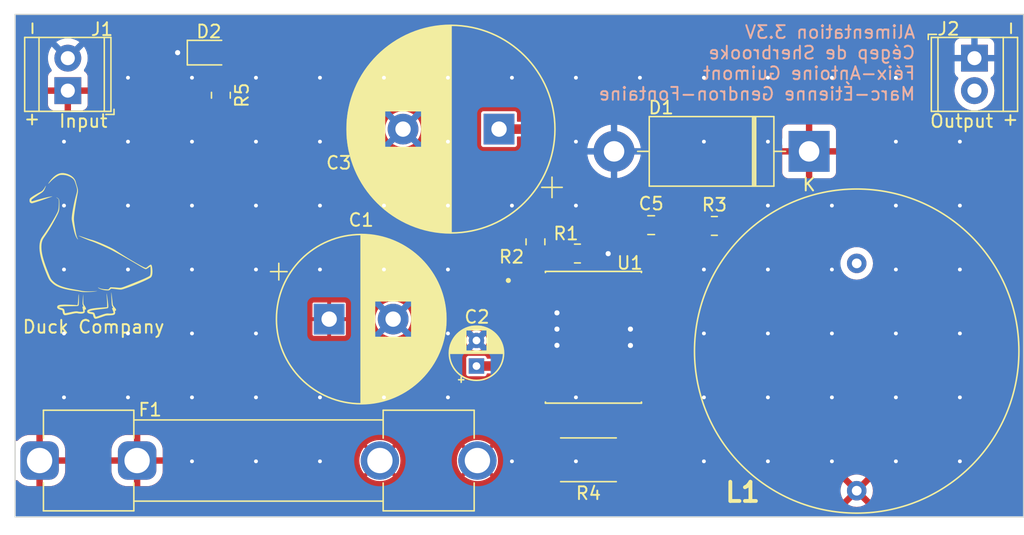
<source format=kicad_pcb>
(kicad_pcb (version 20221018) (generator pcbnew)
  (layers (0 "F.Cu" signal) (1 "In1.Cu" signal) (2 "In2.Cu" signal) (31 "B.Cu" signal) (34 "B.Paste" user) (35 "F.Paste" user) (36 "B.SilkS" user "B.Silkscreen") (37 "F.SilkS" user "F.Silkscreen") (38 "B.Mask" user) (39 "F.Mask" user) (44 "Edge.Cuts" user))
  (net 0 "")
  (net 1 "Net-(U1-VCC)")
  (net 2 "GND")
  (net 3 "Net-(U1-timing_capacitor)")
  (net 4 "Net-(J2-Pin_2)")
  (net 5 "Net-(D1-K)")
  (net 6 "Net-(D2-A)")
  (net 7 "Net-(J1-Pin_1)")
  (net 8 "Net-(U1-Boostrap)")
  (net 9 "Net-(U1-Feedback_2)")
  (net 10 "Net-(U1-Ipk_Sense)")
  (net 11 "Net-(C5-Pad2)")
  (footprint "Resistor_SMD:R_0805_2012Metric" (layer "F.Cu") (at 115.77 83.17 -90)
    (fp_text reference "R5" (at 0 -1.65 90) (layer "F.SilkS"))
    (fp_text value "10K")
    (pad "1" smd roundrect (at -0.9125 0 270) (size 1.025 1.4) (layers "F.Cu" "F.Paste" "F.Mask") (roundrect_rratio 0.243902439) (net 6 "Net-(D2-A)"))
    (pad "2" smd roundrect (at 0.9125 0 270) (size 1.025 1.4) (layers "F.Cu" "F.Paste" "F.Mask") (roundrect_rratio 0.243902439) (net 1 "Net-(U1-VCC)"))
  )
  (footprint "Capacitor_SMD:C_0805_2012Metric" (layer "F.Cu") (at 149.39 93.33)
    (fp_text reference "C5" (at 0 -1.68) (layer "F.SilkS"))
    (fp_text value "Ct 680pF")
    (pad "1" smd roundrect (at -0.95 0) (size 1 1.45) (layers "F.Cu" "F.Paste" "F.Mask") (net 8 "Net-(U1-Boostrap)"))
    (pad "2" smd roundrect (at 0.95 0) (size 1 1.45) (layers "F.Cu" "F.Paste" "F.Mask") (net 11 "Net-(C5-Pad2)"))
  )
  (footprint "Capacitor_THT:CP_Radial_D13.0mm_P5.00mm" (layer "F.Cu") (at 124.23 100.68)
    (fp_text reference "C1" (at 2.5 -7.75) (layer "F.SilkS"))
    (fp_text value "Cin 330 uF")
    (pad "1" thru_hole rect (at 0 0) (size 2.4 2.4) (drill 1.2) (layers "*.Cu" "*.Mask") (net 1 "Net-(U1-VCC)"))
    (pad "2" thru_hole circle (at 5 0) (size 2.4 2.4) (drill 1.2) (layers "*.Cu" "*.Mask") (net 2 "GND"))
  )
  (footprint "Capacitor_THT:CP_Radial_D4.0mm_P2.00mm" (layer "F.Cu") (at 135.74 104.35 90)
    (fp_text reference "C2" (at 3.84 0.04 180) (layer "F.SilkS"))
    (fp_text value "Ct 680pF")
    (pad "1" thru_hole rect (at 0 0 90) (size 1.2 1.2) (drill 0.6) (layers "*.Cu" "*.Mask") (net 3 "Net-(U1-timing_capacitor)"))
    (pad "2" thru_hole circle (at 2 0 90) (size 1.2 1.2) (drill 0.6) (layers "*.Cu" "*.Mask") (net 2 "GND"))
  )
  (footprint "Resistor_SMD:R_0805_2012Metric" (layer "F.Cu") (at 143.63 95.55)
    (fp_text reference "R1" (at -0.8975 -1.56) (layer "F.SilkS"))
    (fp_text value "4.3K")
    (pad "1" smd roundrect (at -0.9125 0) (size 1.025 1.4) (layers "F.Cu" "F.Paste" "F.Mask") (roundrect_rratio 0.243902439) (net 9 "Net-(U1-Feedback_2)"))
    (pad "2" smd roundrect (at 0.9125 0) (size 1.025 1.4) (layers "F.Cu" "F.Paste" "F.Mask") (roundrect_rratio 0.243902439) (net 2 "GND"))
  )
  (footprint "Fuse:Fuseholder_Clip-6.3x32mm_Littelfuse_102_122_Inline_P34.21x7.62mm_D1.98mm_Horizontal" (layer "F.Cu") (at 101.605 111.74)
    (fp_text reference "F1" (at 8.635 -3.97) (layer "F.SilkS"))
    (fp_text value "2A")
    (pad "1" thru_hole roundrect (at 0 0) (size 3 3) (drill 1.98) (layers "*.Cu" "*.Mask") (net 7 "Net-(J1-Pin_1)"))
    (pad "1" thru_hole roundrect (at 7.62 0) (size 3 3) (drill 1.98) (layers "*.Cu" "*.Mask") (net 7 "Net-(J1-Pin_1)"))
    (pad "2" thru_hole circle (at 26.59 0) (size 3 3) (drill 1.98) (layers "*.Cu" "*.Mask") (net 1 "Net-(U1-VCC)"))
    (pad "2" thru_hole circle (at 34.21 0) (size 3 3) (drill 1.98) (layers "*.Cu" "*.Mask") (net 1 "Net-(U1-VCC)"))
  )
  (footprint "TerminalBlock_TE-Connectivity:TerminalBlock_TE_282834-2_1x02_P2.54mm_Horizontal" (layer "F.Cu") (at 174.65 80.27 -90)
    (fp_text reference "J2" (at -2.29 2.03 -180) (layer "F.SilkS"))
    (fp_text value "Output")
    (pad "1" thru_hole rect (at 0 0 270) (size 2.1 2.1) (drill 1.1) (layers "*.Cu" "*.Mask") (net 2 "GND"))
    (pad "2" thru_hole circle (at 2.54 0 270) (size 2.1 2.1) (drill 1.1) (layers "*.Cu" "*.Mask") (net 4 "Net-(J2-Pin_2)"))
  )
  (footprint "Logo:duck_15x15" (layer "F.Cu") (at 105.62 94.95)
    (fp_text reference "G***" hide)
    (fp_text value "LOGO" hide)
  )
  (footprint "Resistor_SMD:R_2512_6332Metric" (layer "F.Cu") (at 144.49 111.68 180)
    (fp_text reference "R4" (at 0 -2.62) (layer "F.SilkS"))
    (fp_text value "Rsc 75 m ohms")
    (pad "1" smd roundrect (at -2.9625 0 180) (size 1.225 3.35) (layers "F.Cu" "F.Paste" "F.Mask") (roundrect_rratio 0.2040816327) (net 10 "Net-(U1-Ipk_Sense)"))
    (pad "2" smd roundrect (at 2.9625 0 180) (size 1.225 3.35) (layers "F.Cu" "F.Paste" "F.Mask") (roundrect_rratio 0.2040816327) (net 1 "Net-(U1-VCC)"))
  )
  (footprint "Capacitor_THT:CP_Radial_D16.0mm_P7.50mm" (layer "F.Cu") (at 137.502755 85.82 180)
    (fp_text reference "C3" (at 12.522754 -2.64) (layer "F.SilkS"))
    (fp_text value "Co 2200 uF")
    (pad "1" thru_hole rect (at 0 0 180) (size 2.4 2.4) (drill 1.2) (layers "*.Cu" "*.Mask") (net 4 "Net-(J2-Pin_2)"))
    (pad "2" thru_hole circle (at 7.5 0 180) (size 2.4 2.4) (drill 1.2) (layers "*.Cu" "*.Mask") (net 2 "GND"))
  )
  (footprint "Resistor_SMD:R_0805_2012Metric" (layer "F.Cu") (at 140.35 94.6325 90)
    (fp_text reference "R2" (at -1.1775 -1.87 180) (layer "F.SilkS"))
    (fp_text value "2.4K")
    (pad "1" smd roundrect (at -0.9125 0 90) (size 1.025 1.4) (layers "F.Cu" "F.Paste" "F.Mask") (roundrect_rratio 0.243902439) (net 9 "Net-(U1-Feedback_2)"))
    (pad "2" smd roundrect (at 0.9125 0 90) (size 1.025 1.4) (layers "F.Cu" "F.Paste" "F.Mask") (roundrect_rratio 0.243902439) (net 4 "Net-(J2-Pin_2)"))
  )
  (footprint "Diode_THT:D_DO-201AD_P15.24mm_Horizontal" (layer "F.Cu") (at 161.73 87.56 180)
    (fp_text reference "D1" (at 11.56 3.42) (layer "F.SilkS"))
    (fp_text value "1N5822")
    (fp_text user "K" (at 0 -2.6) (layer "F.SilkS"))
    (pad "1" thru_hole rect (at 0 0 180) (size 3.2 3.2) (drill 1.6) (layers "*.Cu" "*.Mask") (net 5 "Net-(D1-K)"))
    (pad "2" thru_hole oval (at 15.24 0 180) (size 3.2 3.2) (drill 1.6) (layers "*.Cu" "*.Mask") (net 2 "GND"))
  )
  (footprint "LED_SMD:LED_0805_2012Metric" (layer "F.Cu") (at 114.8325 79.8375)
    (fp_text reference "D2" (at 0 -1.65) (layer "F.SilkS"))
    (fp_text value "LED")
    (pad "1" smd roundrect (at -0.9375 0) (size 0.975 1.4) (layers "F.Cu" "F.Paste" "F.Mask") (net 2 "GND"))
    (pad "2" smd roundrect (at 0.9375 0) (size 0.975 1.4) (layers "F.Cu" "F.Paste" "F.Mask") (net 6 "Net-(D2-A)"))
  )
  (footprint "THT:L0451-AL" (layer "F.Cu") (at 165.45 114.1 90)
    (fp_text reference "L1" hide)
    (fp_text value "180nH")
    (pad "1" thru_hole circle (at 0 0 90) (size 1.524 1.524) (drill 0.762) (layers "*.Cu" "*.Mask") (net 5 "Net-(D1-K)"))
    (pad "2" thru_hole circle (at 17.78 0 90) (size 1.524 1.524) (drill 0.762) (layers "*.Cu" "*.Mask") (net 4 "Net-(J2-Pin_2)"))
  )
  (footprint "TerminalBlock_TE-Connectivity:TerminalBlock_TE_282834-2_1x02_P2.54mm_Horizontal" (layer "F.Cu") (at 103.81 82.81 90)
    (fp_text reference "J1" (at 4.8 2.67 180) (layer "F.SilkS"))
    (fp_text value "Input")
    (pad "1" thru_hole rect (at 0 0 90) (size 2.1 2.1) (drill 1.1) (layers "*.Cu" "*.Mask") (net 7 "Net-(J1-Pin_1)"))
    (pad "2" thru_hole circle (at 2.54 0 90) (size 2.1 2.1) (drill 1.1) (layers "*.Cu" "*.Mask") (net 2 "GND"))
  )
  (footprint "Resistor_SMD:R_0805_2012Metric" (layer "F.Cu") (at 154.33 93.39)
    (fp_text reference "R3" (at 0 -1.65) (layer "F.SilkS"))
    (fp_text value "4.3K")
    (pad "1" smd roundrect (at -0.9125 0) (size 1.025 1.4) (layers "F.Cu" "F.Paste" "F.Mask") (roundrect_rratio 0.243902439) (net 11 "Net-(C5-Pad2)"))
    (pad "2" smd roundrect (at 0.9125 0) (size 1.025 1.4) (layers "F.Cu" "F.Paste" "F.Mask") (roundrect_rratio 0.243902439) (net 5 "Net-(D1-K)"))
  )
  (footprint "SOIC127P1030X265-16N:MC34163-D" (layer "F.Cu") (at 144.88 102.1)
    (fp_text reference "U1" (at 2.84 -5.81) (layer "F.SilkS"))
    (fp_text value "MC34163")
    (pad "1" smd roundrect (at -4.65 -4.445) (size 2 0.6) (layers "F.Cu" "F.Paste") (roundrect_rratio 0.05))
    (pad "2" smd roundrect (at -4.65 -3.175) (size 2 0.6) (layers "F.Cu" "F.Paste") (roundrect_rratio 0.05) (net 9 "Net-(U1-Feedback_2)"))
    (pad "3" smd roundrect (at -4.65 -1.905) (size 2 0.6) (layers "F.Cu" "F.Paste") (roundrect_rratio 0.05) (net 2 "GND"))
    (pad "4" smd roundrect (at -4.65 -0.635) (size 2 0.6) (layers "F.Cu" "F.Paste") (roundrect_rratio 0.05) (net 2 "GND"))
    (pad "5" smd roundrect (at -4.65 0.635) (size 2 0.6) (layers "F.Cu" "F.Paste") (roundrect_rratio 0.05) (net 2 "GND"))
    (pad "6" smd roundrect (at -4.65 1.905) (size 2 0.6) (layers "F.Cu" "F.Paste") (roundrect_rratio 0.05) (net 3 "Net-(U1-timing_capacitor)"))
    (pad "7" smd roundrect (at -4.65 3.175) (size 2 0.6) (layers "F.Cu" "F.Paste") (roundrect_rratio 0.05) (net 1 "Net-(U1-VCC)"))
    (pad "8" smd roundrect (at -4.65 4.445) (size 2 0.6) (layers "F.Cu" "F.Paste") (roundrect_rratio 0.05) (net 10 "Net-(U1-Ipk_Sense)"))
    (pad "9" smd roundrect (at 4.65 4.445) (size 2 0.6) (layers "F.Cu" "F.Paste") (roundrect_rratio 0.05) (net 10 "Net-(U1-Ipk_Sense)"))
    (pad "10" smd roundrect (at 4.65 3.175) (size 2 0.6) (layers "F.Cu" "F.Paste") (roundrect_rratio 0.05) (net 10 "Net-(U1-Ipk_Sense)"))
    (pad "11" smd roundrect (at 4.65 1.905) (size 2 0.6) (layers "F.Cu" "F.Paste") (roundrect_rratio 0.05) (net 10 "Net-(U1-Ipk_Sense)"))
    (pad "12" smd roundrect (at 4.65 0.635) (size 2 0.6) (layers "F.Cu" "F.Paste") (roundrect_rratio 0.05) (net 2 "GND"))
    (pad "13" smd roundrect (at 4.65 -0.635) (size 2 0.6) (layers "F.Cu" "F.Paste") (roundrect_rratio 0.05) (net 2 "GND"))
    (pad "14" smd roundrect (at 4.65 -1.905) (size 2 0.6) (layers "F.Cu" "F.Paste") (roundrect_rratio 0.05) (net 5 "Net-(D1-K)"))
    (pad "15" smd roundrect (at 4.65 -3.175) (size 2 0.6) (layers "F.Cu" "F.Paste") (roundrect_rratio 0.05) (net 5 "Net-(D1-K)"))
    (pad "16" smd roundrect (at 4.65 -4.445) (size 2 0.6) (layers "F.Cu" "F.Paste") (roundrect_rratio 0.05) (net 8 "Net-(U1-Boostrap)"))
  )
  (gr_rect (start 99.69 76.85) (end 178.49 116.15) (stroke (width 0.1)) (fill none) (layer "Edge.Cuts"))
  (gr_text "Alimentation 3.3V\nCégep de Sherbrooke\nFéix-Antoine Guimont\nMarc-Étienne Gendron-Fontaine" (at 170.11 83.65) (layer "B.SilkS") (effects (font (size 1 1)) (justify left bottom mirror)))
  (gr_text "-" (at 101.56 78.65 90) (layer "F.SilkS") (effects (font (size 1 1)) (justify left bottom)))
  (gr_text "+" (at 100.3 85.58) (layer "F.SilkS") (effects (font (size 1 1)) (justify left bottom)))
  (gr_text "L1" (at 155.02 115.1) (layer "F.SilkS") (effects (font (size 1.5 1.5) (thickness 0.3) bold) (justify left bottom)))
  (gr_text "Duck Company" (at 100.2 101.87) (layer "F.SilkS") (effects (font (size 1 1)) (justify left bottom)))
  (gr_text "-" (at 178.02 78.65 90) (layer "F.SilkS") (effects (font (size 1 1)) (justify left bottom)))
  (gr_text "+" (at 176.74 85.62) (layer "F.SilkS") (effects (font (size 1 1)) (justify left bottom)))
  (gr_text "Output" (at 171.1 85.78) (layer "F.SilkS") (effects (font (size 1 1)) (justify left bottom)))
  (gr_text "Input" (at 103.04 85.78) (layer "F.SilkS") (effects (font (size 1 1)) (justify left bottom)))
  (segment (start 147.775 102.735) (end 147.77 102.74) (width 0.25) (layer "F.Cu") (net 2))
  (segment (start 142.025 100.195) (end 142.03 100.19) (width 0.25) (layer "F.Cu") (net 2))
  (segment (start 144.5425 95.55) (end 146.02 95.55) (width 0.75) (layer "F.Cu") (net 2))
  (segment (start 112.3925 79.8375) (end 112.39 79.84) (width 0.25) (layer "F.Cu") (net 2))
  (segment (start 140.23 100.195) (end 142.025 100.195) (width 0.75) (layer "F.Cu") (net 2))
  (segment (start 149.53 102.735) (end 147.775 102.735) (width 0.75) (layer "F.Cu") (net 2))
  (segment (start 113.895 79.8375) (end 112.3925 79.8375) (width 0.75) (layer "F.Cu") (net 2))
  (segment (start 142.025 101.465) (end 142.03 101.46) (width 0.25) (layer "F.Cu") (net 2))
  (segment (start 140.23 102.735) (end 142.025 102.735) (width 0.75) (layer "F.Cu") (net 2))
  (segment (start 149.525 101.46) (end 149.53 101.465) (width 0.25) (layer "F.Cu") (net 2))
  (segment (start 142.025 102.735) (end 142.03 102.73) (width 0.25) (layer "F.Cu") (net 2))
  (segment (start 140.23 101.465) (end 142.025 101.465) (width 0.75) (layer "F.Cu") (net 2))
  (segment (start 146.02 95.55) (end 146.03 95.56) (width 0.25) (layer "F.Cu") (net 2))
  (segment (start 147.77 101.46) (end 149.525 101.46) (width 0.75) (layer "F.Cu") (net 2))
  (via (at 123.511517 96.8) (size 0.8) (drill 0.3) (layers "F.Cu" "B.Cu") (net 2))
  (via (at 108.511517 101.8) (size 0.8) (drill 0.3) (layers "F.Cu" "B.Cu") (net 2))
  (via (at 173.511517 96.8) (size 0.8) (drill 0.3) (layers "F.Cu" "B.Cu") (net 2))
  (via (at 153.511517 86.8) (size 0.8) (drill 0.3) (layers "F.Cu" "B.Cu") (net 2))
  (via (at 158.511517 111.8) (size 0.8) (drill 0.3) (layers "F.Cu" "B.Cu") (net 2))
  (via (at 138.511517 81.8) (size 0.8) (drill 0.3) (layers "F.Cu" "B.Cu") (net 2))
  (via (at 103.511517 91.8) (size 0.8) (drill 0.3) (layers "F.Cu" "B.Cu") (net 2))
  (via (at 143.511517 91.8) (size 0.8) (drill 0.3) (layers "F.Cu" "B.Cu") (net 2))
  (via (at 168.511517 86.8) (size 0.8) (drill 0.3) (layers "F.Cu" "B.Cu") (net 2))
  (via (at 118.511517 96.8) (size 0.8) (drill 0.3) (layers "F.Cu" "B.Cu") (net 2))
  (via (at 163.511517 106.8) (size 0.8) (drill 0.3) (layers "F.Cu" "B.Cu") (net 2))
  (via (at 168.511517 91.8) (size 0.8) (drill 0.3) (layers "F.Cu" "B.Cu") (net 2))
  (via (at 158.511517 106.8) (size 0.8) (drill 0.3) (layers "F.Cu" "B.Cu") (net 2))
  (via (at 143.511517 106.8) (size 0.8) (drill 0.3) (layers "F.Cu" "B.Cu") (net 2))
  (via (at 153.511517 96.8) (size 0.8) (drill 0.3) (layers "F.Cu" "B.Cu") (net 2))
  (via (at 138.511517 91.8) (size 0.8) (drill 0.3) (layers "F.Cu" "B.Cu") (net 2))
  (via (at 123.511517 81.8) (size 0.8) (drill 0.3) (layers "F.Cu" "B.Cu") (net 2))
  (via (at 168.511517 81.8) (size 0.8) (drill 0.3) (layers "F.Cu" "B.Cu") (net 2))
  (via (at 138.511517 111.8) (size 0.8) (drill 0.3) (layers "F.Cu" "B.Cu") (net 2))
  (via (at 143.511517 86.8) (size 0.8) (drill 0.3) (layers "F.Cu" "B.Cu") (net 2))
  (via (at 112.39 79.84) (size 0.8) (drill 0.4) (layers "F.Cu" "B.Cu") (net 2))
  (via (at 118.511517 86.8) (size 0.8) (drill 0.3) (layers "F.Cu" "B.Cu") (net 2))
  (via (at 113.511517 106.8) (size 0.8) (drill 0.3) (layers "F.Cu" "B.Cu") (net 2))
  (via (at 158.511517 81.8) (size 0.8) (drill 0.3) (layers "F.Cu" "B.Cu") (net 2))
  (via (at 133.511517 106.8) (size 0.8) (drill 0.3) (layers "F.Cu" "B.Cu") (net 2))
  (via (at 133.511517 96.8) (size 0.8) (drill 0.3) (layers "F.Cu" "B.Cu") (net 2))
  (via (at 158.511517 101.8) (size 0.8) (drill 0.3) (layers "F.Cu" "B.Cu") (net 2))
  (via (at 142.03 101.46) (size 0.8) (drill 0.4) (layers "F.Cu" "B.Cu") (net 2))
  (via (at 118.511517 91.8) (size 0.8) (drill 0.3) (layers "F.Cu" "B.Cu") (net 2))
  (via (at 108.511517 96.8) (size 0.8) (drill 0.3) (layers "F.Cu" "B.Cu") (net 2))
  (via (at 133.511517 81.8) (size 0.8) (drill 0.3) (layers "F.Cu" "B.Cu") (net 2))
  (via (at 147.77 102.74) (size 0.8) (drill 0.4) (layers "F.Cu" "B.Cu") (net 2))
  (via (at 128.511517 106.8) (size 0.8) (drill 0.3) (layers "F.Cu" "B.Cu") (net 2))
  (via (at 142.03 100.19) (size 0.8) (drill 0.4) (layers "F.Cu" "B.Cu") (net 2))
  (via (at 153.511517 81.8) (size 0.8) (drill 0.3) (layers "F.Cu" "B.Cu") (net 2))
  (via (at 143.511517 81.8) (size 0.8) (drill 0.3) (layers "F.Cu" "B.Cu") (net 2))
  (via (at 133.511517 91.8) (size 0.8) (drill 0.3) (layers "F.Cu" "B.Cu") (net 2))
  (via (at 168.511517 96.8) (size 0.8) (drill 0.3) (layers "F.Cu" "B.Cu") (net 2))
  (via (at 168.511517 111.8) (size 0.8) (drill 0.3) (layers "F.Cu" "B.Cu") (net 2))
  (via (at 153.511517 101.8) (size 0.8) (drill 0.3) (layers "F.Cu" "B.Cu") (net 2))
  (via (at 158.511517 91.8) (size 0.8) (drill 0.3) (layers "F.Cu" "B.Cu") (net 2))
  (via (at 173.511517 86.8) (size 0.8) (drill 0.3) (layers "F.Cu" "B.Cu") (net 2))
  (via (at 163.511517 91.8) (size 0.8) (drill 0.3) (layers "F.Cu" "B.Cu") (net 2))
  (via (at 113.511517 111.8) (size 0.8) (drill 0.3) (layers "F.Cu" "B.Cu") (net 2))
  (via (at 173.511517 106.8) (size 0.8) (drill 0.3) (layers "F.Cu" "B.Cu") (net 2))
  (via (at 163.511517 111.8) (size 0.8) (drill 0.3) (layers "F.Cu" "B.Cu") (net 2))
  (via (at 158.511517 86.8) (size 0.8) (drill 0.3) (layers "F.Cu" "B.Cu") (net 2))
  (via (at 143.511517 111.8) (size 0.8) (drill 0.3) (layers "F.Cu" "B.Cu") (net 2))
  (via (at 163.511517 96.8) (size 0.8) (drill 0.3) (layers "F.Cu" "B.Cu") (net 2))
  (via (at 173.511517 111.8) (size 0.8) (drill 0.3) (layers "F.Cu" "B.Cu") (net 2))
  (via (at 128.511517 91.8) (size 0.8) (drill 0.3) (layers "F.Cu" "B.Cu") (net 2))
  (via (at 103.511517 106.8) (size 0.8) (drill 0.3) (layers "F.Cu" "B.Cu") (net 2))
  (via (at 123.511517 111.8) (size 0.8) (drill 0.3) (layers "F.Cu" "B.Cu") (net 2))
  (via (at 118.511517 106.8) (size 0.8) (drill 0.3) (layers "F.Cu" "B.Cu") (net 2))
  (via (at 173.511517 91.8) (size 0.8) (drill 0.3) (layers "F.Cu" "B.Cu") (net 2))
  (via (at 153.511517 106.8) (size 0.8) (drill 0.3) (layers "F.Cu" "B.Cu") (net 2))
  (via (at 142.03 102.73) (size 0.8) (drill 0.4) (layers "F.Cu" "B.Cu") (net 2))
  (via (at 168.511517 106.8) (size 0.8) (drill 0.3) (layers "F.Cu" "B.Cu") (net 2))
  (via (at 108.511517 81.8) (size 0.8) (drill 0.3) (layers "F.Cu" "B.Cu") (net 2))
  (via (at 163.511517 81.8) (size 0.8) (drill 0.3) (layers "F.Cu" "B.Cu") (net 2))
  (via (at 133.511517 101.8) (size 0.8) (drill 0.3) (layers "F.Cu" "B.Cu") (net 2))
  (via (at 148.511517 81.8) (size 0.8) (drill 0.3) (layers "F.Cu" "B.Cu") (net 2))
  (via (at 108.511517 91.8) (size 0.8) (drill 0.3) (layers "F.Cu" "B.Cu") (net 2))
  (via (at 123.511517 91.8) (size 0.8) (drill 0.3) (layers "F.Cu" "B.Cu") (net 2))
  (via (at 103.511517 96.8) (size 0.8) (drill 0.3) (layers "F.Cu" "B.Cu") (net 2))
  (via (at 103.511517 86.8) (size 0.8) (drill 0.3) (layers "F.Cu" "B.Cu") (net 2))
  (via (at 113.511517 91.8) (size 0.8) (drill 0.3) (layers "F.Cu" "B.Cu") (net 2))
  (via (at 108.511517 86.8) (size 0.8) (drill 0.3) (layers "F.Cu" "B.Cu") (net 2))
  (via (at 128.511517 81.8) (size 0.8) (drill 0.3) (layers "F.Cu" "B.Cu") (net 2))
  (via (at 153.511517 111.8) (size 0.8) (drill 0.3) (layers "F.Cu" "B.Cu") (net 2))
  (via (at 113.511517 101.8) (size 0.8) (drill 0.3) (layers "F.Cu" "B.Cu") (net 2))
  (via (at 173.511517 101.8) (size 0.8) (drill 0.3) (layers "F.Cu" "B.Cu") (net 2))
  (via (at 113.511517 86.8) (size 0.8) (drill 0.3) (layers "F.Cu" "B.Cu") (net 2))
  (via (at 113.511517 81.8) (size 0.8) (drill 0.3) (layers "F.Cu" "B.Cu") (net 2))
  (via (at 158.511517 96.8) (size 0.8) (drill 0.3) (layers "F.Cu" "B.Cu") (net 2))
  (via (at 123.511517 86.8) (size 0.8) (drill 0.3) (layers "F.Cu" "B.Cu") (net 2))
  (via (at 133.511517 86.8) (size 0.8) (drill 0.3) (layers "F.Cu" "B.Cu") (net 2))
  (via (at 128.511517 96.8) (size 0.8) (drill 0.3) (layers "F.Cu" "B.Cu") (net 2))
  (via (at 118.511517 101.8) (size 0.8) (drill 0.3) (layers "F.Cu" "B.Cu") (net 2))
  (via (at 103.511517 101.8) (size 0.8) (drill 0.3) (layers "F.Cu" "B.Cu") (net 2))
  (via (at 147.77 101.46) (size 0.8) (drill 0.4) (layers "F.Cu" "B.Cu") (net 2))
  (via (at 113.511517 96.8) (size 0.8) (drill 0.3) (layers "F.Cu" "B.Cu") (net 2))
  (via (at 118.511517 81.8) (size 0.8) (drill 0.3) (layers "F.Cu" "B.Cu") (net 2))
  (via (at 163.511517 101.8) (size 0.8) (drill 0.3) (layers "F.Cu" "B.Cu") (net 2))
  (via (at 123.511517 106.8) (size 0.8) (drill 0.3) (layers "F.Cu" "B.Cu") (net 2))
  (via (at 146.03 95.56) (size 0.8) (drill 0.4) (layers "F.Cu" "B.Cu") (net 2))
  (via (at 118.511517 111.8) (size 0.8) (drill 0.3) (layers "F.Cu" "B.Cu") (net 2))
  (via (at 168.511517 101.8) (size 0.8) (drill 0.3) (layers "F.Cu" "B.Cu") (net 2))
  (via (at 108.511517 106.8) (size 0.8) (drill 0.3) (layers "F.Cu" "B.Cu") (net 2))
  (segment (start 137.67 104.35) (end 138.015 104.005) (width 0.75) (layer "F.Cu") (net 3))
  (segment (start 138.015 104.005) (end 140.23 104.005) (width 0.75) (layer "F.Cu") (net 3))
  (segment (start 135.74 104.35) (end 137.67 104.35) (width 0.75) (layer "F.Cu") (net 3))
  (segment (start 140.35 86.31) (end 139.86 85.82) (width 0.75) (layer "F.Cu") (net 4))
  (segment (start 139.86 85.82) (end 137.502755 85.82) (width 0.75) (layer "F.Cu") (net 4))
  (segment (start 140.35 93.72) (end 140.35 86.31) (width 0.75) (layer "F.Cu") (net 4))
  (segment (start 115.77 82.2575) (end 115.77 79.8375) (width 0.75) (layer "F.Cu") (net 6))
  (segment (start 142.7125 95.545) (end 142.7175 95.55) (width 0.25) (layer "F.Cu") (net 9))
  (segment (start 142.7175 98.6075) (end 142.7175 95.55) (width 0.75) (layer "F.Cu") (net 9))
  (segment (start 142.72 98.61) (end 142.7175 98.6075) (width 0.25) (layer "F.Cu") (net 9))
  (segment (start 142.405 98.925) (end 142.72 98.61) (width 0.75) (layer "F.Cu") (net 9))
  (segment (start 140.35 95.545) (end 142.7125 95.545) (width 0.75) (layer "F.Cu") (net 9))
  (segment (start 140.23 98.925) (end 142.405 98.925) (width 0.75) (layer "F.Cu") (net 9))
  (zone (net 8) (net_name "Net-(U1-Boostrap)") (layer "F.Cu") (priority 7) (connect_pads (clearance 0.508)) (min_thickness 0.25) (fill yes (thermal_gap 0.5) (thermal_bridge_width 0.5))
    (polygon (pts (xy 154.2 98.19) (xy 154.2 95.42) (xy 149.3 95.42) (xy 149.3 76.82) (xy 141.966368 76.82) (xy 141.986368 98.19)))
  )
  (zone (net 5) (net_name "Net-(D1-K)") (layer "F.Cu") (priority 5) (connect_pads (clearance 0.508)) (min_thickness 0.25) (fill yes (thermal_gap 0.5) (thermal_bridge_width 0.5))
    (polygon (pts (xy 163.675058 76.838532) (xy 154.46 76.828167) (xy 154.46 98.35) (xy 148.27 98.35) (xy 148.27 100.87) (xy 151.82 100.87) (xy 151.69 100.87) (xy 151.69 116.16) (xy 178.5 116.16) (xy 178.5 76.87)))
  )
  (zone (net 7) (net_name "Net-(J1-Pin_1)") (layer "F.Cu") (priority 2) (connect_pads (clearance 0.508)) (min_thickness 0.25) (fill yes (thermal_gap 0.5) (thermal_bridge_width 0.5))
    (polygon (pts (xy 99.68 76.83) (xy 114.42 76.842171) (xy 114.42 116.15) (xy 99.68 116.15)))
  )
  (zone (net 1) (net_name "Net-(U1-VCC)") (layer "F.Cu") (priority 3) (connect_pads (clearance 0.127)) (min_thickness 0.1) (fill yes (thermal_gap 0.1) (thermal_bridge_width 0.3))
    (polygon (pts (xy 115.029697 76.82) (xy 141.31 76.82) (xy 141.57 105.86) (xy 138.469291 105.86) (xy 138.469291 109.03) (xy 144.459291 109.03) (xy 144.459291 116.15) (xy 115.049697 116.15)))
  )
  (zone (net 10) (net_name "Net-(U1-Ipk_Sense)") (layer "F.Cu") (priority 4) (connect_pads (clearance 0.508)) (min_thickness 0.25) (fill yes (thermal_gap 0.5) (thermal_bridge_width 0.5))
    (polygon (pts (xy 139.02 106.02) (xy 141.81 106.02) (xy 141.81 103.33) (xy 151.19 103.33) (xy 151.2 103.34) (xy 151.2 116.14) (xy 145.01 116.14) (xy 145.01 108.53) (xy 139.02 108.53)))
  )
  (zone (net 11) (net_name "Net-(C5-Pad2)") (layer "F.Cu") (priority 8) (connect_pads (clearance 0.508)) (min_thickness 0.25) (fill yes (thermal_gap 0.5) (thermal_bridge_width 0.5))
    (polygon (pts (xy 149.49 76.85) (xy 149.49 94.91) (xy 154.13 94.91) (xy 154.24 94.8) (xy 154.24 76.85)))
  )
  (zone (net 2) (net_name "GND") (layers "In1.Cu" "B.Cu") (connect_pads (clearance 0.508)) (min_thickness 0.25) (fill yes (thermal_gap 0.5) (thermal_bridge_width 0.5))
    (polygon (pts (xy 99.69 76.85) (xy 178.5 76.85) (xy 178.5 116.16) (xy 99.69 116.16)))
  )
)
</source>
